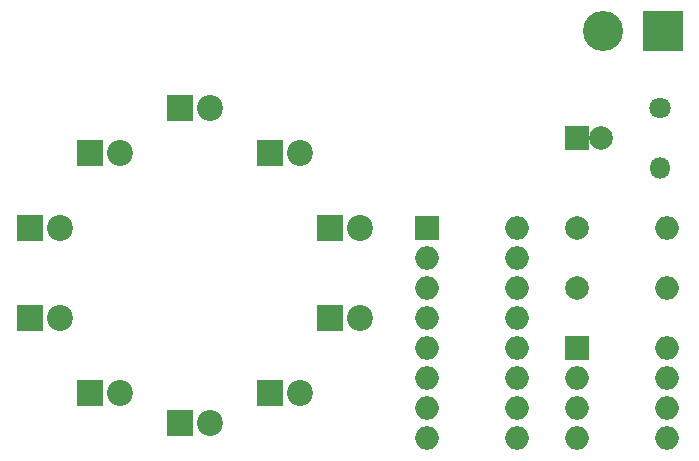
<source format=gbr>
G04 #@! TF.FileFunction,Soldermask,Bot*
%FSLAX46Y46*%
G04 Gerber Fmt 4.6, Leading zero omitted, Abs format (unit mm)*
G04 Created by KiCad (PCBNEW 4.0.7-e2-6376~58~ubuntu16.04.1) date Wed Jun 13 19:58:53 2018*
%MOMM*%
%LPD*%
G01*
G04 APERTURE LIST*
%ADD10C,0.100000*%
%ADD11C,1.800000*%
%ADD12O,1.800000X1.800000*%
%ADD13R,2.000000X2.000000*%
%ADD14C,2.000000*%
%ADD15R,2.200000X2.200000*%
%ADD16C,2.200000*%
%ADD17O,2.000000X2.000000*%
%ADD18R,3.400000X3.400000*%
%ADD19C,3.400000*%
G04 APERTURE END LIST*
D10*
D11*
X186690000Y-93980000D03*
D12*
X186690000Y-99060000D03*
D13*
X179705000Y-96520000D03*
D14*
X181705000Y-96520000D03*
D15*
X146050000Y-93980000D03*
D16*
X148590000Y-93980000D03*
D15*
X153670000Y-97790000D03*
D16*
X156210000Y-97790000D03*
D15*
X158750000Y-104140000D03*
D16*
X161290000Y-104140000D03*
D15*
X158750000Y-111760000D03*
D16*
X161290000Y-111760000D03*
D15*
X153670000Y-118110000D03*
D16*
X156210000Y-118110000D03*
D15*
X146050000Y-120650000D03*
D16*
X148590000Y-120650000D03*
D15*
X138430000Y-118110000D03*
D16*
X140970000Y-118110000D03*
D15*
X133350000Y-111760000D03*
D16*
X135890000Y-111760000D03*
D15*
X133350000Y-104140000D03*
D16*
X135890000Y-104140000D03*
D15*
X138430000Y-97790000D03*
D16*
X140970000Y-97790000D03*
D14*
X179705000Y-104140000D03*
D17*
X187325000Y-104140000D03*
D14*
X179705000Y-109220000D03*
D17*
X187325000Y-109220000D03*
D13*
X167005000Y-104140000D03*
D17*
X174625000Y-121920000D03*
X167005000Y-106680000D03*
X174625000Y-119380000D03*
X167005000Y-109220000D03*
X174625000Y-116840000D03*
X167005000Y-111760000D03*
X174625000Y-114300000D03*
X167005000Y-114300000D03*
X174625000Y-111760000D03*
X167005000Y-116840000D03*
X174625000Y-109220000D03*
X167005000Y-119380000D03*
X174625000Y-106680000D03*
X167005000Y-121920000D03*
X174625000Y-104140000D03*
D13*
X179705000Y-114300000D03*
D17*
X187325000Y-121920000D03*
X179705000Y-116840000D03*
X187325000Y-119380000D03*
X179705000Y-119380000D03*
X187325000Y-116840000D03*
X179705000Y-121920000D03*
X187325000Y-114300000D03*
D18*
X186944000Y-87439500D03*
D19*
X181864000Y-87439500D03*
M02*

</source>
